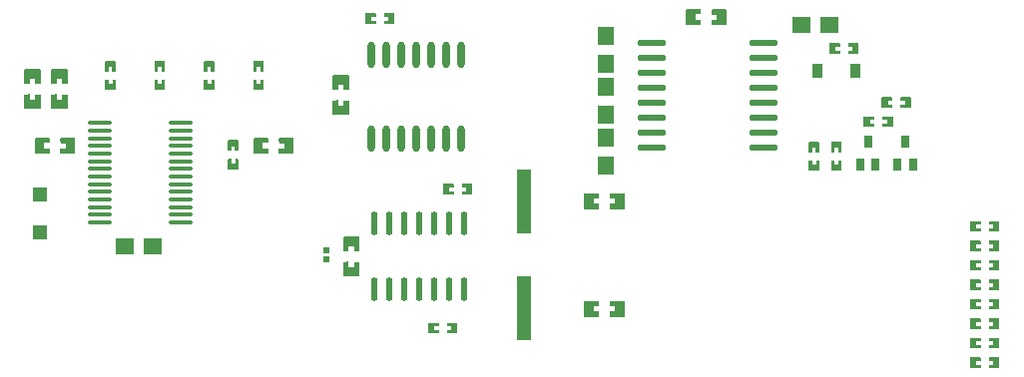
<source format=gtp>
G04 Layer: TopPasteMaskLayer*
G04 EasyEDA v6.5.39, 2025-03-31 16:42:18*
G04 8c5cdcb6969146bda3c33439ce40f75b,8c5f514d37a848dc893bb94b3339d7fb,10*
G04 Gerber Generator version 0.2*
G04 Scale: 100 percent, Rotated: No, Reflected: No *
G04 Dimensions in millimeters *
G04 leading zeros omitted , absolute positions ,4 integer and 5 decimal *
%FSLAX45Y45*%
%MOMM*%

%ADD10R,1.5000X1.3589*%
%ADD11R,1.3589X1.5000*%
%ADD12R,1.2000X1.2000*%
%ADD13R,0.6000X0.5000*%
%ADD14R,0.9100X1.2200*%
%ADD15R,1.3000X5.5000*%
%ADD16R,0.7000X1.0000*%
%ADD17O,2.01549X0.36400740000000004*%
%ADD18O,0.6020054X2.2310090000000002*%
%ADD19O,0.5739892X2.0379944*%
%ADD20O,2.4005031999999997X0.5739892*%
%ADD21O,0.0101X0.5739892*%

%LPD*%
G36*
X1993392Y8488984D02*
G01*
X1988413Y8484006D01*
X1988413Y8368995D01*
X1993392Y8364016D01*
X2035403Y8364474D01*
X2035403Y8408517D01*
X2080412Y8408517D01*
X2080412Y8363508D01*
X2121408Y8364016D01*
X2126386Y8368995D01*
X2126386Y8484006D01*
X2121408Y8488984D01*
G37*
G36*
X2034387Y8273491D02*
G01*
X1993392Y8272983D01*
X1988413Y8268004D01*
X1988413Y8152993D01*
X1993392Y8148015D01*
X2121408Y8148015D01*
X2126386Y8152993D01*
X2126386Y8268004D01*
X2121408Y8272983D01*
X2079396Y8272525D01*
X2079396Y8228482D01*
X2034387Y8228482D01*
G37*
G36*
X1764792Y8488984D02*
G01*
X1759813Y8484006D01*
X1759813Y8368995D01*
X1764792Y8364016D01*
X1806803Y8364474D01*
X1806803Y8408517D01*
X1851812Y8408517D01*
X1851812Y8363508D01*
X1892807Y8364016D01*
X1897786Y8368995D01*
X1897786Y8484006D01*
X1892807Y8488984D01*
G37*
G36*
X1805787Y8273491D02*
G01*
X1764792Y8272983D01*
X1759813Y8268004D01*
X1759813Y8152993D01*
X1764792Y8148015D01*
X1892807Y8148015D01*
X1897786Y8152993D01*
X1897786Y8268004D01*
X1892807Y8272983D01*
X1850796Y8272525D01*
X1850796Y8228482D01*
X1805787Y8228482D01*
G37*
G36*
X1853793Y7904886D02*
G01*
X1848815Y7899908D01*
X1848815Y7771892D01*
X1853793Y7766913D01*
X1968804Y7766913D01*
X1973783Y7771892D01*
X1973325Y7813903D01*
X1929282Y7813903D01*
X1929282Y7858912D01*
X1974291Y7858912D01*
X1973783Y7899908D01*
X1968804Y7904886D01*
G37*
G36*
X2069795Y7904886D02*
G01*
X2064816Y7899908D01*
X2065274Y7857896D01*
X2109317Y7857896D01*
X2109317Y7812887D01*
X2064308Y7812887D01*
X2064816Y7771892D01*
X2069795Y7766913D01*
X2184806Y7766913D01*
X2189784Y7771892D01*
X2189784Y7899908D01*
X2184806Y7904886D01*
G37*
G36*
X3923995Y7904886D02*
G01*
X3919016Y7899908D01*
X3919474Y7857896D01*
X3963517Y7857896D01*
X3963517Y7812887D01*
X3918508Y7812887D01*
X3919016Y7771892D01*
X3923995Y7766913D01*
X4039006Y7766913D01*
X4043984Y7771892D01*
X4043984Y7899908D01*
X4039006Y7904886D01*
G37*
G36*
X3707993Y7904886D02*
G01*
X3703015Y7899908D01*
X3703015Y7771892D01*
X3707993Y7766913D01*
X3823004Y7766913D01*
X3827983Y7771892D01*
X3827526Y7813903D01*
X3783482Y7813903D01*
X3783482Y7858912D01*
X3828491Y7858912D01*
X3827983Y7899908D01*
X3823004Y7904886D01*
G37*
G36*
X4421987Y8222691D02*
G01*
X4380992Y8222183D01*
X4376013Y8217204D01*
X4376013Y8102193D01*
X4380992Y8097215D01*
X4509008Y8097215D01*
X4513986Y8102193D01*
X4513986Y8217204D01*
X4509008Y8222183D01*
X4466996Y8221725D01*
X4466996Y8177682D01*
X4421987Y8177682D01*
G37*
G36*
X4380992Y8438184D02*
G01*
X4376013Y8433206D01*
X4376013Y8318195D01*
X4380992Y8313216D01*
X4423003Y8313674D01*
X4423003Y8357717D01*
X4468012Y8357717D01*
X4468012Y8312708D01*
X4509008Y8313216D01*
X4513986Y8318195D01*
X4513986Y8433206D01*
X4509008Y8438184D01*
G37*
G36*
X6730695Y7434986D02*
G01*
X6725716Y7430008D01*
X6726174Y7387996D01*
X6770217Y7387996D01*
X6770217Y7342987D01*
X6725208Y7342987D01*
X6725716Y7301992D01*
X6730695Y7297013D01*
X6845706Y7297013D01*
X6850684Y7301992D01*
X6850684Y7430008D01*
X6845706Y7434986D01*
G37*
G36*
X6514693Y7434986D02*
G01*
X6509715Y7430008D01*
X6509715Y7301992D01*
X6514693Y7297013D01*
X6629704Y7297013D01*
X6634683Y7301992D01*
X6634225Y7344003D01*
X6590182Y7344003D01*
X6590182Y7389012D01*
X6635191Y7389012D01*
X6634683Y7430008D01*
X6629704Y7434986D01*
G37*
G36*
X6730695Y6520586D02*
G01*
X6725716Y6515607D01*
X6726174Y6473596D01*
X6770217Y6473596D01*
X6770217Y6428587D01*
X6725208Y6428587D01*
X6725716Y6387592D01*
X6730695Y6382613D01*
X6845706Y6382613D01*
X6850684Y6387592D01*
X6850684Y6515607D01*
X6845706Y6520586D01*
G37*
G36*
X6514693Y6520586D02*
G01*
X6509715Y6515607D01*
X6509715Y6387592D01*
X6514693Y6382613D01*
X6629704Y6382613D01*
X6634683Y6387592D01*
X6634225Y6429603D01*
X6590182Y6429603D01*
X6590182Y6474612D01*
X6635191Y6474612D01*
X6634683Y6515607D01*
X6629704Y6520586D01*
G37*
G36*
X4510887Y6851091D02*
G01*
X4469892Y6850583D01*
X4464913Y6845604D01*
X4464913Y6730593D01*
X4469892Y6725615D01*
X4597908Y6725615D01*
X4602886Y6730593D01*
X4602886Y6845604D01*
X4597908Y6850583D01*
X4555896Y6850125D01*
X4555896Y6806082D01*
X4510887Y6806082D01*
G37*
G36*
X4469892Y7066584D02*
G01*
X4464913Y7061606D01*
X4464913Y6946595D01*
X4469892Y6941616D01*
X4511903Y6942074D01*
X4511903Y6986117D01*
X4556912Y6986117D01*
X4556912Y6941108D01*
X4597908Y6941616D01*
X4602886Y6946595D01*
X4602886Y7061606D01*
X4597908Y7066584D01*
G37*
G36*
X7378293Y8997086D02*
G01*
X7373315Y8992108D01*
X7373315Y8864092D01*
X7378293Y8859113D01*
X7493304Y8859113D01*
X7498283Y8864092D01*
X7497825Y8906103D01*
X7453782Y8906103D01*
X7453782Y8951112D01*
X7498791Y8951112D01*
X7498283Y8992108D01*
X7493304Y8997086D01*
G37*
G36*
X7594295Y8997086D02*
G01*
X7589316Y8992108D01*
X7589774Y8950096D01*
X7633817Y8950096D01*
X7633817Y8905087D01*
X7588808Y8905087D01*
X7589316Y8864092D01*
X7594295Y8859113D01*
X7709306Y8859113D01*
X7714284Y8864092D01*
X7714284Y8992108D01*
X7709306Y8997086D01*
G37*
G36*
X2449220Y8557310D02*
G01*
X2444191Y8552281D01*
X2444191Y8472322D01*
X2449220Y8467293D01*
X2471978Y8467293D01*
X2471978Y8504326D01*
X2504998Y8504326D01*
X2504998Y8467293D01*
X2529179Y8467293D01*
X2534208Y8472322D01*
X2534208Y8552281D01*
X2529179Y8557310D01*
G37*
G36*
X2449220Y8398306D02*
G01*
X2444191Y8393277D01*
X2444191Y8313318D01*
X2449220Y8308289D01*
X2529179Y8308289D01*
X2534208Y8313318D01*
X2534208Y8393277D01*
X2529179Y8398306D01*
X2506421Y8398306D01*
X2506421Y8361273D01*
X2473401Y8361273D01*
X2473401Y8398306D01*
G37*
G36*
X3490620Y7725206D02*
G01*
X3485591Y7720177D01*
X3485591Y7640218D01*
X3490620Y7635189D01*
X3570579Y7635189D01*
X3575608Y7640218D01*
X3575608Y7720177D01*
X3570579Y7725206D01*
X3547821Y7725206D01*
X3547821Y7688173D01*
X3514801Y7688173D01*
X3514801Y7725206D01*
G37*
G36*
X3490620Y7884210D02*
G01*
X3485591Y7879181D01*
X3485591Y7799222D01*
X3490620Y7794193D01*
X3513378Y7794193D01*
X3513378Y7831226D01*
X3546398Y7831226D01*
X3546398Y7794193D01*
X3570579Y7794193D01*
X3575608Y7799222D01*
X3575608Y7879181D01*
X3570579Y7884210D01*
G37*
G36*
X2868320Y8557310D02*
G01*
X2863291Y8552281D01*
X2863291Y8472322D01*
X2868320Y8467293D01*
X2891078Y8467293D01*
X2891078Y8504326D01*
X2924098Y8504326D01*
X2924098Y8467293D01*
X2948279Y8467293D01*
X2953308Y8472322D01*
X2953308Y8552281D01*
X2948279Y8557310D01*
G37*
G36*
X2868320Y8398306D02*
G01*
X2863291Y8393277D01*
X2863291Y8313318D01*
X2868320Y8308289D01*
X2948279Y8308289D01*
X2953308Y8313318D01*
X2953308Y8393277D01*
X2948279Y8398306D01*
X2925521Y8398306D01*
X2925521Y8361273D01*
X2892501Y8361273D01*
X2892501Y8398306D01*
G37*
G36*
X3706520Y8557310D02*
G01*
X3701491Y8552281D01*
X3701491Y8472322D01*
X3706520Y8467293D01*
X3729329Y8467293D01*
X3729329Y8504326D01*
X3762298Y8504326D01*
X3762298Y8467293D01*
X3786530Y8467293D01*
X3791508Y8472322D01*
X3791508Y8552281D01*
X3786530Y8557310D01*
G37*
G36*
X3706520Y8398306D02*
G01*
X3701491Y8393277D01*
X3701491Y8313318D01*
X3706520Y8308289D01*
X3786479Y8308289D01*
X3791508Y8313318D01*
X3791508Y8393277D01*
X3786479Y8398306D01*
X3763721Y8398306D01*
X3763721Y8361273D01*
X3730701Y8361273D01*
X3730701Y8398306D01*
G37*
G36*
X4655718Y8960408D02*
G01*
X4650689Y8955379D01*
X4650689Y8875420D01*
X4655718Y8870391D01*
X4735677Y8870391D01*
X4740706Y8875420D01*
X4740706Y8898178D01*
X4703724Y8898178D01*
X4703724Y8931198D01*
X4740706Y8931198D01*
X4740706Y8955379D01*
X4735677Y8960408D01*
G37*
G36*
X4814722Y8960408D02*
G01*
X4809693Y8955379D01*
X4809693Y8932621D01*
X4846675Y8932621D01*
X4846675Y8899601D01*
X4809693Y8899601D01*
X4809693Y8875420D01*
X4814722Y8870391D01*
X4894681Y8870391D01*
X4899710Y8875420D01*
X4899710Y8955379D01*
X4894681Y8960408D01*
G37*
G36*
X3287420Y8557310D02*
G01*
X3282391Y8552281D01*
X3282391Y8472322D01*
X3287420Y8467293D01*
X3310178Y8467293D01*
X3310178Y8504326D01*
X3343198Y8504326D01*
X3343198Y8467293D01*
X3367379Y8467293D01*
X3372408Y8472322D01*
X3372408Y8552281D01*
X3367379Y8557310D01*
G37*
G36*
X3287420Y8398306D02*
G01*
X3282391Y8393277D01*
X3282391Y8313318D01*
X3287420Y8308289D01*
X3367379Y8308289D01*
X3372408Y8313318D01*
X3372408Y8393277D01*
X3367379Y8398306D01*
X3344621Y8398306D01*
X3344621Y8361273D01*
X3311601Y8361273D01*
X3311601Y8398306D01*
G37*
G36*
X5189118Y6331508D02*
G01*
X5184089Y6326479D01*
X5184089Y6246520D01*
X5189118Y6241491D01*
X5269077Y6241491D01*
X5274106Y6246520D01*
X5274106Y6269278D01*
X5237124Y6269278D01*
X5237124Y6302298D01*
X5274106Y6302298D01*
X5274106Y6326479D01*
X5269077Y6331508D01*
G37*
G36*
X5348122Y6331508D02*
G01*
X5343093Y6326479D01*
X5343093Y6303721D01*
X5380075Y6303721D01*
X5380075Y6270701D01*
X5343093Y6270701D01*
X5343093Y6246520D01*
X5348122Y6241491D01*
X5428081Y6241491D01*
X5433110Y6246520D01*
X5433110Y6326479D01*
X5428081Y6331508D01*
G37*
G36*
X5475122Y7512608D02*
G01*
X5470093Y7507579D01*
X5470093Y7484821D01*
X5507075Y7484821D01*
X5507075Y7451801D01*
X5470093Y7451801D01*
X5470093Y7427620D01*
X5475122Y7422591D01*
X5555081Y7422591D01*
X5560110Y7427620D01*
X5560110Y7507579D01*
X5555081Y7512608D01*
G37*
G36*
X5316118Y7512608D02*
G01*
X5311089Y7507579D01*
X5311089Y7427620D01*
X5316118Y7422591D01*
X5396077Y7422591D01*
X5401106Y7427620D01*
X5401106Y7450378D01*
X5364124Y7450378D01*
X5364124Y7483398D01*
X5401106Y7483398D01*
X5401106Y7507579D01*
X5396077Y7512608D01*
G37*
G36*
X9786518Y6039408D02*
G01*
X9781489Y6034379D01*
X9781489Y5954420D01*
X9786518Y5949391D01*
X9866477Y5949391D01*
X9871506Y5954420D01*
X9871506Y5977178D01*
X9834524Y5977178D01*
X9834524Y6010198D01*
X9871506Y6010198D01*
X9871506Y6034379D01*
X9866477Y6039408D01*
G37*
G36*
X9945522Y6039408D02*
G01*
X9940493Y6034379D01*
X9940493Y6011621D01*
X9977475Y6011621D01*
X9977475Y5978601D01*
X9940493Y5978601D01*
X9940493Y5954420D01*
X9945522Y5949391D01*
X10025481Y5949391D01*
X10030510Y5954420D01*
X10030510Y6034379D01*
X10025481Y6039408D01*
G37*
G36*
X9786518Y6369608D02*
G01*
X9781489Y6364579D01*
X9781489Y6284620D01*
X9786518Y6279591D01*
X9866477Y6279591D01*
X9871506Y6284620D01*
X9871506Y6307378D01*
X9834524Y6307378D01*
X9834524Y6340398D01*
X9871506Y6340398D01*
X9871506Y6364579D01*
X9866477Y6369608D01*
G37*
G36*
X9945522Y6369608D02*
G01*
X9940493Y6364579D01*
X9940493Y6341821D01*
X9977475Y6341821D01*
X9977475Y6308801D01*
X9940493Y6308801D01*
X9940493Y6284620D01*
X9945522Y6279591D01*
X10025481Y6279591D01*
X10030510Y6284620D01*
X10030510Y6364579D01*
X10025481Y6369608D01*
G37*
G36*
X9786518Y6699808D02*
G01*
X9781489Y6694779D01*
X9781489Y6614820D01*
X9786518Y6609791D01*
X9866477Y6609791D01*
X9871506Y6614820D01*
X9871506Y6637578D01*
X9834524Y6637578D01*
X9834524Y6670598D01*
X9871506Y6670598D01*
X9871506Y6694779D01*
X9866477Y6699808D01*
G37*
G36*
X9945522Y6699808D02*
G01*
X9940493Y6694779D01*
X9940493Y6672021D01*
X9977475Y6672021D01*
X9977475Y6639001D01*
X9940493Y6639001D01*
X9940493Y6614820D01*
X9945522Y6609791D01*
X10025481Y6609791D01*
X10030510Y6614820D01*
X10030510Y6694779D01*
X10025481Y6699808D01*
G37*
G36*
X9786518Y7030008D02*
G01*
X9781489Y7024979D01*
X9781489Y6945020D01*
X9786518Y6939991D01*
X9866477Y6939991D01*
X9871506Y6945020D01*
X9871506Y6967778D01*
X9834524Y6967778D01*
X9834524Y7000798D01*
X9871506Y7000798D01*
X9871506Y7024979D01*
X9866477Y7030008D01*
G37*
G36*
X9945522Y7030008D02*
G01*
X9940493Y7024979D01*
X9940493Y7002221D01*
X9977475Y7002221D01*
X9977475Y6969201D01*
X9940493Y6969201D01*
X9940493Y6945020D01*
X9945522Y6939991D01*
X10025481Y6939991D01*
X10030510Y6945020D01*
X10030510Y7024979D01*
X10025481Y7030008D01*
G37*
G36*
X9786518Y6204508D02*
G01*
X9781489Y6199479D01*
X9781489Y6119520D01*
X9786518Y6114491D01*
X9866477Y6114491D01*
X9871506Y6119520D01*
X9871506Y6142278D01*
X9834524Y6142278D01*
X9834524Y6175298D01*
X9871506Y6175298D01*
X9871506Y6199479D01*
X9866477Y6204508D01*
G37*
G36*
X9945522Y6204508D02*
G01*
X9940493Y6199479D01*
X9940493Y6176721D01*
X9977475Y6176721D01*
X9977475Y6143701D01*
X9940493Y6143701D01*
X9940493Y6119520D01*
X9945522Y6114491D01*
X10025481Y6114491D01*
X10030510Y6119520D01*
X10030510Y6199479D01*
X10025481Y6204508D01*
G37*
G36*
X9786518Y6534708D02*
G01*
X9781489Y6529679D01*
X9781489Y6449720D01*
X9786518Y6444691D01*
X9866477Y6444691D01*
X9871506Y6449720D01*
X9871506Y6472478D01*
X9834524Y6472478D01*
X9834524Y6505498D01*
X9871506Y6505498D01*
X9871506Y6529679D01*
X9866477Y6534708D01*
G37*
G36*
X9945522Y6534708D02*
G01*
X9940493Y6529679D01*
X9940493Y6506921D01*
X9977475Y6506921D01*
X9977475Y6473901D01*
X9940493Y6473901D01*
X9940493Y6449720D01*
X9945522Y6444691D01*
X10025481Y6444691D01*
X10030510Y6449720D01*
X10030510Y6529679D01*
X10025481Y6534708D01*
G37*
G36*
X9786518Y6864908D02*
G01*
X9781489Y6859879D01*
X9781489Y6779920D01*
X9786518Y6774891D01*
X9866477Y6774891D01*
X9871506Y6779920D01*
X9871506Y6802678D01*
X9834524Y6802678D01*
X9834524Y6835698D01*
X9871506Y6835698D01*
X9871506Y6859879D01*
X9866477Y6864908D01*
G37*
G36*
X9945522Y6864908D02*
G01*
X9940493Y6859879D01*
X9940493Y6837121D01*
X9977475Y6837121D01*
X9977475Y6804101D01*
X9940493Y6804101D01*
X9940493Y6779920D01*
X9945522Y6774891D01*
X10025481Y6774891D01*
X10030510Y6779920D01*
X10030510Y6859879D01*
X10025481Y6864908D01*
G37*
G36*
X9786518Y7195108D02*
G01*
X9781489Y7190079D01*
X9781489Y7110120D01*
X9786518Y7105091D01*
X9866477Y7105091D01*
X9871506Y7110120D01*
X9871506Y7132878D01*
X9834524Y7132878D01*
X9834524Y7165898D01*
X9871506Y7165898D01*
X9871506Y7190079D01*
X9866477Y7195108D01*
G37*
G36*
X9945522Y7195108D02*
G01*
X9940493Y7190079D01*
X9940493Y7167321D01*
X9977475Y7167321D01*
X9977475Y7134301D01*
X9940493Y7134301D01*
X9940493Y7110120D01*
X9945522Y7105091D01*
X10025481Y7105091D01*
X10030510Y7110120D01*
X10030510Y7190079D01*
X10025481Y7195108D01*
G37*
G36*
X8592718Y8706408D02*
G01*
X8587689Y8701379D01*
X8587689Y8621420D01*
X8592718Y8616391D01*
X8672677Y8616391D01*
X8677706Y8621420D01*
X8677706Y8644178D01*
X8640724Y8644178D01*
X8640724Y8677198D01*
X8677706Y8677198D01*
X8677706Y8701379D01*
X8672677Y8706408D01*
G37*
G36*
X8751722Y8706408D02*
G01*
X8746693Y8701379D01*
X8746693Y8678621D01*
X8783675Y8678621D01*
X8783675Y8645601D01*
X8746693Y8645601D01*
X8746693Y8621420D01*
X8751722Y8616391D01*
X8831681Y8616391D01*
X8836710Y8621420D01*
X8836710Y8701379D01*
X8831681Y8706408D01*
G37*
G36*
X8608720Y7871510D02*
G01*
X8603691Y7866481D01*
X8603691Y7786522D01*
X8608720Y7781493D01*
X8631478Y7781493D01*
X8631478Y7818526D01*
X8664498Y7818526D01*
X8664498Y7781493D01*
X8688679Y7781493D01*
X8693708Y7786522D01*
X8693708Y7866481D01*
X8688679Y7871510D01*
G37*
G36*
X8608720Y7712506D02*
G01*
X8603691Y7707477D01*
X8603691Y7627518D01*
X8608720Y7622489D01*
X8688679Y7622489D01*
X8693708Y7627518D01*
X8693708Y7707477D01*
X8688679Y7712506D01*
X8665921Y7712506D01*
X8665921Y7675473D01*
X8632901Y7675473D01*
X8632901Y7712506D01*
G37*
G36*
X9043822Y8084108D02*
G01*
X9038793Y8079079D01*
X9038793Y8056321D01*
X9075775Y8056321D01*
X9075775Y8023301D01*
X9038793Y8023301D01*
X9038793Y7999120D01*
X9043822Y7994091D01*
X9123781Y7994091D01*
X9128810Y7999120D01*
X9128810Y8079079D01*
X9123781Y8084108D01*
G37*
G36*
X8884818Y8084108D02*
G01*
X8879789Y8079079D01*
X8879789Y7999120D01*
X8884818Y7994091D01*
X8964777Y7994091D01*
X8969806Y7999120D01*
X8969806Y8021878D01*
X8932824Y8021878D01*
X8932824Y8054898D01*
X8969806Y8054898D01*
X8969806Y8079079D01*
X8964777Y8084108D01*
G37*
G36*
X9037218Y8249208D02*
G01*
X9032189Y8244179D01*
X9032189Y8164220D01*
X9037218Y8159191D01*
X9117177Y8159191D01*
X9122206Y8164220D01*
X9122206Y8186978D01*
X9085224Y8186978D01*
X9085224Y8219998D01*
X9122206Y8219998D01*
X9122206Y8244179D01*
X9117177Y8249208D01*
G37*
G36*
X9196222Y8249208D02*
G01*
X9191193Y8244179D01*
X9191193Y8221421D01*
X9228175Y8221421D01*
X9228175Y8188401D01*
X9191193Y8188401D01*
X9191193Y8164220D01*
X9196222Y8159191D01*
X9276181Y8159191D01*
X9281210Y8164220D01*
X9281210Y8244179D01*
X9276181Y8249208D01*
G37*
G36*
X8418220Y7712506D02*
G01*
X8413191Y7707477D01*
X8413191Y7627518D01*
X8418220Y7622489D01*
X8498179Y7622489D01*
X8503208Y7627518D01*
X8503208Y7707477D01*
X8498179Y7712506D01*
X8475421Y7712506D01*
X8475421Y7675473D01*
X8442401Y7675473D01*
X8442401Y7712506D01*
G37*
G36*
X8418220Y7871510D02*
G01*
X8413191Y7866481D01*
X8413191Y7786522D01*
X8418220Y7781493D01*
X8440978Y7781493D01*
X8440978Y7818526D01*
X8473998Y7818526D01*
X8473998Y7781493D01*
X8498179Y7781493D01*
X8503208Y7786522D01*
X8503208Y7866481D01*
X8498179Y7871510D01*
G37*
D10*
G01*
X2610510Y6985000D03*
G01*
X2850489Y6985000D03*
G01*
X8350910Y8864600D03*
G01*
X8590889Y8864600D03*
D11*
G01*
X6692900Y7905089D03*
G01*
X6692900Y7665110D03*
G01*
X6692900Y8768689D03*
G01*
X6692900Y8528710D03*
G01*
X6692900Y8336889D03*
G01*
X6692900Y8096910D03*
D12*
G01*
X1892300Y7424394D03*
G01*
X1892300Y7104405D03*
D13*
G01*
X4318000Y6948804D03*
G01*
X4318000Y6868795D03*
D14*
G01*
X8485200Y8470900D03*
G01*
X8812199Y8470900D03*
D15*
G01*
X5994400Y7364095D03*
G01*
X5994400Y6453504D03*
D16*
G01*
X8850375Y7677404D03*
G01*
X8980424Y7677404D03*
G01*
X8915374Y7867395D03*
G01*
X9167875Y7677404D03*
G01*
X9297924Y7677404D03*
G01*
X9232874Y7867395D03*
D17*
G01*
X3088716Y7184796D03*
G01*
X3088716Y7249795D03*
G01*
X3088716Y7314793D03*
G01*
X3088716Y7379792D03*
G01*
X3088716Y7444790D03*
G01*
X3088716Y7509789D03*
G01*
X3088716Y7574813D03*
G01*
X3088716Y7639812D03*
G01*
X3088716Y7704810D03*
G01*
X3088716Y7769809D03*
G01*
X3088716Y7834807D03*
G01*
X3088716Y7899806D03*
G01*
X3088716Y7964804D03*
G01*
X3088716Y8029803D03*
G01*
X2397683Y7184796D03*
G01*
X2397683Y7249795D03*
G01*
X2397683Y7314793D03*
G01*
X2397683Y7379792D03*
G01*
X2397683Y7444790D03*
G01*
X2397683Y7509789D03*
G01*
X2397683Y7574813D03*
G01*
X2397683Y7639812D03*
G01*
X2397683Y7704810D03*
G01*
X2397683Y7769809D03*
G01*
X2397683Y7834807D03*
G01*
X2397683Y7899806D03*
G01*
X2397683Y7964804D03*
G01*
X2397683Y8029803D03*
D18*
G01*
X4699000Y7898460D03*
G01*
X4826000Y7898460D03*
G01*
X4953000Y7898460D03*
G01*
X5080000Y7898460D03*
G01*
X5207000Y7898460D03*
G01*
X5334000Y7898460D03*
G01*
X5461000Y7898460D03*
G01*
X5461000Y8611514D03*
G01*
X4699000Y8611514D03*
G01*
X4826000Y8611514D03*
G01*
X4953000Y8611514D03*
G01*
X5080000Y8611514D03*
G01*
X5207000Y8611514D03*
G01*
X5334000Y8611514D03*
D19*
G01*
X4724400Y6619189D03*
G01*
X4851400Y6619189D03*
G01*
X4978400Y6619189D03*
G01*
X5105400Y6619189D03*
G01*
X5232400Y6619189D03*
G01*
X5359400Y6619189D03*
G01*
X5486400Y6619189D03*
G01*
X4724400Y7173010D03*
G01*
X4851400Y7173010D03*
G01*
X4978400Y7173010D03*
G01*
X5105400Y7173010D03*
G01*
X5232400Y7173010D03*
G01*
X5359400Y7173010D03*
G01*
X5486400Y7173010D03*
D20*
G01*
X7081469Y8712200D03*
G01*
X7081469Y8585200D03*
G01*
X7081469Y8458200D03*
G01*
X7081469Y8331200D03*
G01*
X7081469Y8204200D03*
G01*
X7081469Y8077200D03*
G01*
X7081469Y7950200D03*
G01*
X7081469Y7823200D03*
G01*
X8031530Y8712200D03*
G01*
X8031530Y8585200D03*
G01*
X8031530Y8458200D03*
G01*
X8031530Y8331200D03*
G01*
X8031530Y8204200D03*
G01*
X8031530Y8077200D03*
G01*
X8031530Y7950200D03*
G01*
X8031530Y7823200D03*
M02*

</source>
